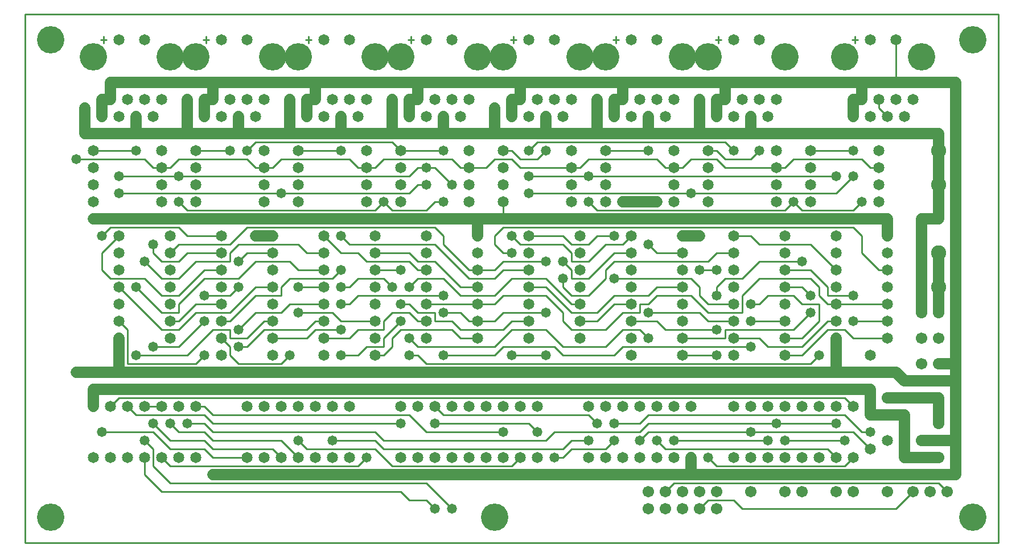
<source format=gbl>
%MOIN*%
%FSLAX25Y25*%
G04 D10 used for Character Trace; *
G04     Circle (OD=.01000) (No hole)*
G04 D11 used for Power Trace; *
G04     Circle (OD=.06700) (No hole)*
G04 D12 used for Signal Trace; *
G04     Circle (OD=.01100) (No hole)*
G04 D13 used for Via; *
G04     Circle (OD=.05800) (Round. Hole ID=.02800)*
G04 D14 used for Component hole; *
G04     Circle (OD=.06500) (Round. Hole ID=.03500)*
G04 D15 used for Component hole; *
G04     Circle (OD=.06700) (Round. Hole ID=.04300)*
G04 D16 used for Component hole; *
G04     Circle (OD=.08100) (Round. Hole ID=.05100)*
G04 D17 used for Component hole; *
G04     Circle (OD=.08900) (Round. Hole ID=.05900)*
G04 D18 used for Component hole; *
G04     Circle (OD=.11300) (Round. Hole ID=.08300)*
G04 D19 used for Component hole; *
G04     Circle (OD=.16000) (Round. Hole ID=.13000)*
G04 D20 used for Component hole; *
G04     Circle (OD=.18300) (Round. Hole ID=.15300)*
G04 D21 used for Component hole; *
G04     Circle (OD=.22291) (Round. Hole ID=.19291)*
%ADD10C,.01000*%
%ADD11C,.06700*%
%ADD12C,.01100*%
%ADD13C,.05800*%
%ADD14C,.06500*%
%ADD15C,.06700*%
%ADD16C,.08100*%
%ADD17C,.08900*%
%ADD18C,.11300*%
%ADD19C,.16000*%
%ADD20C,.18300*%
%ADD21C,.22291*%
%IPPOS*%
%LPD*%
G90*X0Y0D02*D19*X15000Y15000D03*D14*              
X50000Y50000D03*X40000D03*X60000D03*D13*          
X45000Y65000D03*D12*X75000D01*X85000Y55000D01*    
X105000D01*X110000Y50000D01*X130000D01*D14*D03*   
X140000D03*D12*X150000D02*X145000Y55000D01*D14*   
X150000Y50000D03*D12*X110000Y55000D02*X145000D01* 
X110000D02*X105000Y60000D01*X85000D01*            
X75000Y70000D01*D13*D03*D14*X80000Y80000D03*D12*  
X70000D01*D14*D03*D12*X65000Y75000D02*X105000D01* 
X110000Y70000D01*X220000D01*D13*D03*D12*          
X235000Y65000D02*X225000Y75000D01*                
X235000Y65000D02*X280000D01*D13*D03*D14*          
X290000Y80000D03*X270000Y50000D03*                
X280000Y80000D03*Y50000D03*D12*X300000Y65000D02*  
X295000Y70000D01*D13*X300000Y65000D03*D12*        
X210000Y60000D02*X305000D01*X210000D02*           
X205000Y65000D01*X110000D01*X105000Y70000D01*     
X95000D01*D13*D03*D12*X90000Y65000D02*X105000D01* 
X110000Y60000D01*X150000D01*X160000Y50000D01*D14* 
D03*D12*X165000Y55000D02*X205000D01*              
X215000Y45000D01*X285000D01*X290000Y50000D01*D14* 
D03*X300000D03*D12*X305000Y60000D02*              
X310000Y65000D01*X360000D01*X365000Y70000D01*     
X440000D01*D13*D03*D12*X475000D01*D13*D03*D12*    
X490000Y65000D02*X480000Y75000D01*                
X490000Y65000D02*X495000D01*D13*D03*D14*          
X505000Y60000D03*X495000Y75000D03*D11*X515000D01* 
Y50000D01*X535000D01*D15*D03*D11*X505000Y40000D02*
X545000D01*D14*X505000D03*D11*X410000D01*D13*D03* 
D11*X390000D01*X320000D01*D13*D03*D11*X260000D01* 
D13*D03*D11*X210000D01*D13*D03*D11*X190000D01*D13*
D03*D11*X110000D01*D13*D03*D14*X100000Y50000D03*  
X90000D03*D12*X85000Y45000D02*X195000D01*         
X200000Y50000D01*D13*D03*D12*X210000Y55000D02*    
X205000Y60000D01*X210000Y55000D02*X315000D01*     
X320000Y60000D01*X330000D01*D13*D03*D14*          
X340000Y50000D03*D12*X320000Y55000D02*X340000D01* 
X315000Y50000D02*X320000Y55000D01*                
X310000Y50000D02*X315000D01*D13*X310000D03*D14*   
X330000D03*D12*X240000Y70000D02*X295000D01*D13*   
X240000D03*D12*X245000Y75000D02*X330000D01*       
X335000Y70000D01*D13*D03*X345000Y60000D03*D12*    
X340000Y55000D01*D14*X350000Y50000D03*D13*        
X345000Y70000D03*D12*X360000D01*X365000Y75000D01* 
X480000D01*D14*X485000Y80000D03*D12*              
X480000Y85000D01*X55000D01*X50000Y80000D01*D14*   
D03*D11*X40000D02*Y90000D01*D14*Y80000D03*D11*    
Y90000D02*X55000D01*D14*D03*D11*X95000D01*D13*D03*
D11*X135000D01*D13*D03*D11*X150000D01*D14*D03*D11*
X175000D01*D14*D03*D11*X195000D01*D13*D03*D11*    
X235000D01*D14*D03*D11*X255000D01*D13*D03*D11*    
X310000D01*D14*D03*D11*X335000D01*D13*D03*D11*    
X355000D01*D14*D03*D11*X395000D01*D13*D03*D11*    
X415000D01*D14*D03*D11*X435000D01*D13*D03*D11*    
X475000D01*D14*D03*D11*X495000D01*D13*D03*D11*    
Y75000D01*D15*X505000Y85000D03*D11*X535000D01*    
Y70000D01*D15*D03*D11*X545000Y40000D02*Y60000D01* 
D15*X540000Y30000D03*D12*X535000Y35000D01*        
X380000D01*X375000Y30000D01*D15*D03*              
X385000Y20000D03*X365000D03*X385000Y30000D03*     
X365000D03*X375000Y20000D03*D11*X390000Y40000D02* 
Y50000D01*D14*D03*D13*X380000Y60000D03*D12*       
X435000D01*D13*D03*D14*X445000Y50000D03*          
X425000D03*D13*Y65000D03*D12*X365000D01*          
X360000Y60000D01*D13*D03*D14*X370000Y50000D03*D13*
Y60000D03*D12*X375000Y55000D01*X470000D01*        
X475000Y50000D01*D14*D03*D12*X405000Y45000D02*    
X480000D01*X405000D02*X400000Y50000D01*D13*D03*   
D14*X415000D03*D15*X395000Y30000D03*D14*          
X380000Y50000D03*D15*X405000Y30000D03*X425000D03* 
D12*X395000Y20000D02*X400000Y25000D01*D15*        
X395000Y20000D03*D12*X400000Y25000D02*X415000D01* 
X420000Y20000D01*X510000D01*X520000Y30000D01*D15* 
D03*X530000D03*X505000D03*D14*X495000Y55000D03*   
D12*X485000Y65000D01*X425000D01*D14*              
X435000Y80000D03*X425000D03*X415000D03*           
X435000Y50000D03*D13*X445000Y60000D03*D12*        
X480000D01*D13*D03*D14*X485000Y50000D03*D12*      
X480000Y45000D01*D14*X465000Y50000D03*D15*        
X475000Y30000D03*X485000D03*D14*X455000Y50000D03* 
D15*Y30000D03*D14*X445000Y80000D03*X475000D03*    
X465000D03*D15*X445000Y30000D03*D14*              
X455000Y80000D03*D15*X525000Y60000D03*D11*        
X545000D01*Y85000D01*D15*D03*D11*Y95000D01*       
X515000D01*X510000Y100000D01*X475000D01*D14*D03*  
D11*X450000D01*D13*D03*D11*X425000D01*D13*D03*D11*
X415000D01*D14*D03*D11*X405000D01*D13*D03*D11*    
X375000D01*D13*D03*D11*X355000D01*D14*D03*D11*    
X320000D01*D13*D03*D11*X310000D01*D14*D03*D11*    
X295000D01*D13*D03*D11*X275000D01*D13*D03*D11*    
X235000D01*D14*D03*D11*X210000D01*D13*D03*D11*    
X175000D01*D14*D03*D11*X150000D01*D14*D03*D11*    
X110000D01*D13*D03*D11*X55000D01*D14*D03*D11*     
X30000D01*D13*D03*D11*X55000D02*Y120000D01*D14*   
D03*D12*X60000Y105000D02*Y125000D01*Y105000D02*   
X100000D01*X105000Y110000D01*D13*D03*D14*         
X115000Y120000D03*D12*X120000Y115000D01*          
Y110000D01*X125000Y105000D01*X150000D01*          
X155000Y110000D01*D13*D03*D12*X145000Y120000D02*  
X165000D01*D14*X145000D03*D12*X130000Y115000D02*  
X140000Y125000D01*X125000Y115000D02*X130000D01*   
D13*X125000D03*D12*X120000Y120000D02*X130000D01*  
X120000D02*Y125000D01*X110000D01*X95000Y110000D01*
X65000D01*D13*D03*X75000Y115000D03*D12*X90000D01* 
X105000Y130000D01*D13*D03*D12*X90000Y125000D02*   
X100000Y135000D01*X80000Y125000D02*X90000D01*     
X80000D02*X55000Y150000D01*D14*D03*D12*           
X50000Y155000D02*X70000D01*X80000Y145000D01*      
X90000D01*X105000Y160000D01*X115000D01*D14*D03*   
D12*X100000Y165000D02*X120000D01*X90000Y155000D02*
X100000Y165000D01*X80000Y155000D02*X90000D01*     
X80000D02*X70000Y165000D01*D13*D03*D12*X80000D02* 
X75000Y170000D01*X80000Y165000D02*X90000D01*      
X95000Y170000D01*X115000D01*D14*D03*D12*          
X120000Y165000D02*Y170000D01*X125000Y175000D01*   
X160000D01*X165000Y170000D01*X175000D01*D14*D03*  
D13*X185000Y160000D03*D12*X180000Y155000D01*      
X155000D01*X150000Y150000D01*Y145000D01*          
X135000D01*X120000Y130000D01*X115000D01*D14*D03*  
D12*X100000Y135000D02*X120000D01*X90000Y130000D02*
X100000Y140000D01*X85000Y130000D02*X90000D01*D14* 
X85000D03*D12*X80000Y135000D02*X90000D01*         
X80000D02*X65000Y150000D01*D13*D03*D14*           
X55000Y160000D03*Y140000D03*D12*X50000Y155000D02* 
X45000Y160000D01*Y170000D01*X55000Y180000D01*D14* 
D03*D12*X45000D02*X50000Y185000D01*D13*           
X45000Y180000D03*D12*X50000Y185000D02*X90000D01*  
X95000Y180000D01*X115000D01*D14*D03*D12*          
X90000Y175000D02*X120000D01*X85000Y170000D02*     
X90000Y175000D01*D14*X85000Y170000D03*D13*        
X75000Y175000D03*D12*Y170000D01*D14*              
X85000Y160000D03*Y180000D03*D13*Y190000D03*D11*   
X40000D01*D13*D03*D14*Y200000D03*D13*             
X55000Y205000D03*D12*X150000D01*D13*D03*D12*      
X225000D01*X230000Y210000D01*X235000D01*D13*D03*  
X245000Y200000D03*D12*X240000D01*                 
X235000Y195000D01*X215000D01*X210000Y200000D01*   
D13*D03*D12*X205000Y195000D01*X95000D01*          
X90000Y200000D01*D13*D03*X100000Y190000D03*D11*   
X85000D01*D14*X80000Y200000D03*D11*               
X100000Y190000D02*X110000D01*D13*D03*D11*         
X145000D01*D13*D03*D11*X160000D01*D13*D03*D11*    
X205000D01*D13*D03*D11*X220000D01*D13*D03*D11*    
X255000D01*D13*D03*D11*X265000D01*Y180000D01*D14* 
D03*D12*X280000Y170000D02*X275000Y175000D01*      
X280000Y170000D02*X285000D01*D13*D03*D12*         
X290000Y175000D02*X315000D01*X320000Y170000D01*   
Y165000D01*X330000D01*X340000Y175000D01*          
X350000D01*X355000Y180000D01*D14*D03*D12*         
X330000Y155000D02*X345000Y170000D01*              
X320000Y155000D02*X330000D01*X320000D02*          
Y160000D01*X315000Y165000D01*D13*D03*D12*         
X320000Y140000D02*X305000Y155000D01*              
X320000Y140000D02*X325000D01*D14*D03*D12*         
X320000Y145000D02*X330000D01*X320000D02*          
X315000Y150000D01*Y155000D01*D13*D03*             
X305000Y165000D03*D12*X280000D01*                 
X275000Y160000D01*X265000D01*D14*D03*D12*         
X260000D01*X245000Y175000D01*Y180000D01*          
X240000Y185000D01*X130000D01*X120000Y175000D01*   
X125000Y165000D02*X130000Y170000D01*D13*          
X125000Y165000D03*D12*X130000Y170000D02*          
X145000D01*D14*D03*D13*X135000Y180000D03*D11*     
X145000D01*D14*D03*D12*X125000Y155000D02*         
X135000Y165000D01*X105000Y155000D02*X125000D01*   
X90000Y140000D02*X105000Y155000D01*               
X90000Y135000D02*Y140000D01*D14*X85000D03*D12*    
X100000D02*X115000D01*D14*D03*D12*                
X120000Y135000D02*X135000Y150000D01*X145000D01*   
D14*D03*D12*X150000Y135000D02*X155000Y140000D01*  
X135000Y135000D02*X150000D01*X125000Y125000D02*   
X135000Y135000D01*D13*X125000Y125000D03*D12*      
X130000Y120000D02*X140000Y130000D01*X145000D01*   
D14*D03*D12*X140000Y125000D02*X165000D01*         
X170000Y130000D01*X175000D01*D14*D03*D12*         
X185000D02*X180000Y135000D01*X185000Y130000D02*   
X205000D01*D14*D03*D12*X195000Y125000D02*         
X210000D01*X190000Y120000D02*X195000Y125000D01*   
X175000Y120000D02*X190000D01*D14*X175000D03*D12*  
X165000D02*X170000Y125000D01*X185000D01*D13*D03*  
D12*X160000Y135000D02*X180000D01*D13*X160000D03*  
D12*X155000Y140000D02*X175000D01*D14*D03*D13*     
X185000Y150000D03*D12*X190000D01*                 
X195000Y155000D01*X210000D01*X215000Y150000D01*   
D13*D03*D12*X230000Y135000D02*X225000Y140000D01*  
X230000Y135000D02*X240000D01*Y130000D01*          
X250000D01*X255000Y125000D01*X280000D01*          
X285000Y130000D01*X295000D01*D14*D03*D12*         
X315000Y115000D02*X305000Y125000D01*              
X315000Y115000D02*X340000D01*X350000Y125000D01*   
X360000D01*X365000Y120000D01*D13*D03*D14*         
X355000Y130000D03*D12*X370000D01*                 
X375000Y125000D01*X405000D01*D13*D03*D12*         
X385000Y120000D02*X410000D01*D14*X385000D03*      
Y130000D03*Y110000D03*D12*X405000D01*D13*D03*D14* 
X415000Y120000D03*D12*X430000D01*                 
X435000Y115000D01*X455000D01*X470000Y130000D01*   
X475000D01*D14*D03*D12*X485000Y120000D02*         
X480000Y125000D01*X485000Y120000D02*X505000D01*   
D14*D03*X495000Y110000D03*X505000Y130000D03*D12*  
X485000D01*D13*D03*D12*X470000Y125000D02*         
X480000D01*X455000Y110000D02*X470000Y125000D01*   
X445000Y110000D02*X455000D01*D14*X445000D03*D12*  
Y120000D02*X455000D01*D14*X445000D03*D12*         
X410000Y125000D02*X450000D01*X410000Y120000D02*   
Y125000D01*X400000Y130000D02*X415000D01*D14*D03*  
D12*X400000Y135000D02*X420000D01*X400000D02*      
X390000Y145000D01*X370000D01*X365000Y140000D01*   
X360000D01*Y135000D01*X350000D01*                 
X340000Y125000D01*X320000D01*X315000Y130000D01*   
Y135000D01*X305000Y145000D01*X280000D01*          
X275000Y140000D01*X265000D01*D14*D03*D12*         
X235000D01*D14*D03*D13*X225000Y150000D03*D12*     
X230000Y155000D01*X245000D01*X255000Y145000D01*   
X275000D01*X285000Y155000D01*X305000D01*          
X320000Y135000D02*X305000Y150000D01*              
X320000Y135000D02*X335000D01*X345000Y145000D01*   
X365000D01*X370000Y150000D01*X385000D01*D14*D03*  
D12*X395000D02*X390000Y155000D01*                 
X395000Y145000D02*Y150000D01*X400000Y140000D02*   
X395000Y145000D01*X400000Y140000D02*X415000D01*   
D14*D03*D12*X420000Y135000D02*Y145000D01*         
X430000Y155000D01*X460000D01*X465000Y150000D01*   
Y145000D01*X470000Y140000D01*X475000D01*D14*D03*  
D12*X505000D01*D14*D03*Y150000D03*D15*            
X525000Y120000D03*Y135000D03*D11*Y190000D01*      
X535000D01*Y210000D01*D17*D03*D11*Y230000D01*D17* 
D03*D11*Y240000D01*X425000D01*X395000D01*         
X365000D01*X335000D01*X305000D01*X275000D01*      
X245000D01*X215000D01*X185000D01*X155000D01*      
X125000D01*X95000D01*X65000D01*X35000D01*         
Y255000D01*D13*D03*D14*X45000Y250000D03*D11*      
Y260000D01*X50000D01*D14*D03*D11*Y270000D01*      
X110000D01*Y260000D01*D14*D03*D11*X105000D01*     
Y250000D01*D14*D03*D13*X95000Y260000D03*D11*      
Y240000D01*D14*X100000Y230000D03*D12*X120000D01*  
D13*D03*D12*X135000Y220000D02*X130000Y225000D01*  
X135000Y220000D02*X140000D01*D14*D03*D12*         
X145000D01*X150000Y225000D01*X190000D01*          
X195000Y220000D01*X200000D01*D14*D03*D12*         
X205000D01*X210000Y225000D01*X250000D01*          
X255000Y220000D01*X260000D01*D14*D03*D12*         
X270000D01*X275000Y225000D01*X285000D01*          
X290000Y220000D01*X320000D01*D14*D03*D12*         
X325000D01*X330000Y225000D01*X370000D01*          
X375000Y220000D01*X380000D01*D14*D03*D12*         
X385000D01*X390000Y225000D01*X405000D01*          
X410000Y220000D01*X440000D01*D14*D03*D12*         
X445000D01*X450000Y225000D01*X490000D01*          
X495000Y220000D01*X500000D01*D14*D03*Y230000D03*  
Y210000D03*D13*X485000Y230000D03*D12*X460000D01*  
D14*D03*Y220000D03*D13*X475000Y215000D03*D12*     
X330000D01*D13*D03*D12*X295000D01*D13*D03*D12*    
X290000Y225000D02*X300000D01*X290000D02*          
X285000Y230000D01*X280000D01*D14*D03*Y220000D03*  
D11*X275000Y240000D02*Y255000D01*D13*D03*D14*     
X285000Y250000D03*D11*Y260000D01*X290000D01*D14*  
D03*D11*Y270000D01*X230000D01*Y260000D01*D14*D03* 
D11*X225000D01*Y250000D01*D14*D03*D13*            
X215000Y260000D03*D11*Y240000D01*D12*             
X220000Y230000D02*X215000Y235000D01*D14*          
X220000Y230000D03*D12*X245000D01*D13*D03*         
X235000Y220000D03*D12*X230000D01*                 
X225000Y215000D01*X90000D01*D13*D03*D12*X55000D01*
D13*D03*D14*X40000Y230000D03*D12*X65000D01*D13*   
D03*D12*X75000Y220000D02*X70000Y225000D01*        
X75000Y220000D02*X80000D01*D14*D03*D12*X85000D01* 
X90000Y225000D01*X130000D01*D13*Y230000D03*D12*   
X135000Y235000D01*X215000D01*D14*                 
X200000Y230000D03*X220000Y220000D03*D12*          
X235000D02*X240000D01*X250000Y210000D01*D13*D03*  
D14*X260000Y200000D03*Y210000D03*Y230000D03*D11*  
X265000Y190000D02*X280000D01*X325000D01*D13*D03*  
D11*X340000D01*D13*D03*D11*X350000D01*D13*D03*D11*
X400000D01*D13*D03*D11*X445000D01*D13*D03*D11*    
X460000D01*D13*D03*D11*X505000D01*Y180000D01*D14* 
D03*Y170000D03*D12*X490000D02*Y180000D01*         
X500000Y160000D02*X490000Y170000D01*              
X500000Y160000D02*X505000D01*D14*D03*D12*         
X490000Y180000D02*X485000Y185000D01*X280000D01*   
X275000Y180000D01*Y175000D01*D13*                 
X285000Y180000D03*D12*X290000Y175000D01*D14*      
X295000Y170000D03*Y180000D03*D12*X315000D01*      
X320000Y175000D01*X330000D01*X335000Y180000D01*   
X345000D01*D13*D03*D14*X355000Y170000D03*D12*     
X345000D01*X340000Y160000D02*X345000Y165000D01*   
X340000Y155000D02*Y160000D01*X330000Y145000D02*   
X340000Y155000D01*D14*X325000Y150000D03*D12*      
X335000Y130000D02*X345000Y140000D01*              
X325000Y130000D02*X335000D01*D14*X325000D03*      
Y120000D03*D12*X315000Y110000D02*                 
X310000Y115000D01*X315000Y110000D02*X345000D01*   
X350000Y115000D01*X425000D01*D13*D03*D14*         
X415000Y110000D03*D13*X425000Y130000D03*D12*      
X445000D01*D14*D03*D12*X450000Y125000D02*         
X460000Y135000D01*D13*D03*D12*X455000Y120000D02*  
X465000Y130000D01*D13*Y110000D03*D12*             
X460000Y105000D01*X235000D01*X230000Y110000D01*   
X225000D01*D13*D03*D12*X230000Y115000D02*         
X275000D01*X285000Y125000D01*X305000D01*D13*      
Y135000D03*D12*X280000D01*X275000Y130000D01*      
X265000D01*D14*D03*D12*X260000D01*                
X255000Y135000D01*X245000D01*D13*D03*Y145000D03*  
D12*X195000D01*X190000Y140000D01*X185000D01*D13*  
D03*D14*X175000Y150000D03*D12*X160000D01*D13*D03* 
D12*Y160000D02*X175000D01*D14*D03*D12*            
X185000Y170000D02*X195000D01*X200000Y165000D01*   
X225000D01*X230000Y160000D01*X235000D01*D14*D03*  
D12*X255000Y150000D02*X240000Y165000D01*          
X255000Y150000D02*X265000D01*D14*D03*D12*         
X260000Y155000D02*X275000D01*X280000Y160000D01*   
X295000D01*D14*D03*D12*Y150000D02*X305000D01*D14* 
X295000D03*Y140000D03*X325000Y180000D03*          
X265000Y120000D03*D12*X255000D01*                 
X250000Y125000D01*X220000D01*X215000Y120000D01*   
Y115000D01*X210000Y110000D01*X205000D01*D14*D03*  
D12*X200000Y115000D02*X210000D01*                 
X195000Y110000D02*X200000Y115000D01*              
X185000Y110000D02*X195000D01*D13*X185000D03*D14*  
X175000D03*X205000Y120000D03*D12*                 
X210000Y115000D02*Y120000D01*X220000Y130000D01*   
D13*D03*D12*X230000D02*X225000Y135000D01*         
X230000Y130000D02*X235000D01*D14*D03*D12*         
X220000Y140000D02*X225000D01*D13*X220000D03*D12*  
X215000Y135000D02*X225000D01*X210000Y130000D02*   
X215000Y135000D01*X210000Y125000D02*Y130000D01*   
D13*X225000Y120000D03*D12*X230000Y115000D01*D14*  
X235000Y120000D03*D13*X245000Y110000D03*D12*      
X275000D01*X280000Y115000D01*X310000D01*D13*      
X305000Y110000D03*D12*X285000D01*D13*D03*D14*     
X295000Y120000D03*X260000Y80000D03*X270000D03*    
X300000D03*X250000D03*D12*X245000Y75000D02*       
X240000Y80000D01*D14*D03*X230000D03*D12*          
X110000Y75000D02*X225000D01*X110000D02*           
X105000Y80000D01*X100000D01*D14*D03*X90000D03*D12*
Y65000D02*X85000Y70000D01*D13*D03*D12*            
X75000Y45000D02*Y55000D01*X85000Y35000D02*        
X75000Y45000D01*X85000Y35000D02*X235000D01*       
X250000Y20000D01*D13*D03*X240000D03*D12*          
X235000Y25000D01*X225000D01*X220000Y30000D01*     
X80000D01*X70000Y40000D01*Y50000D01*D14*D03*D12*  
X75000Y55000D02*X70000Y60000D01*D13*D03*D14*      
X80000Y50000D03*D12*X85000Y45000D01*              
X65000Y75000D02*X60000Y80000D01*D14*D03*          
X85000Y120000D03*D12*X60000Y125000D02*            
X55000Y130000D01*D14*D03*X85000Y150000D03*        
X55000Y170000D03*D13*X105000Y145000D03*D12*       
X120000D01*X125000Y150000D01*D13*D03*D14*         
X115000D03*D12*X135000Y165000D02*X155000D01*      
X160000Y160000D01*D14*X145000D03*                 
X175000Y180000D03*D12*X185000Y170000D01*          
X190000Y175000D02*X240000D01*X260000Y155000D01*   
D14*X265000Y170000D03*D12*X230000Y165000D02*      
X240000D01*X230000D02*X225000Y170000D01*          
X205000D01*D14*D03*Y180000D03*Y160000D03*D12*     
X220000D01*D13*D03*D14*X235000Y150000D03*         
Y170000D03*X205000Y150000D03*X235000Y180000D03*   
X205000Y140000D03*D12*X190000Y175000D02*          
X185000Y180000D01*D13*D03*D14*X200000Y200000D03*  
X160000D03*X200000Y210000D03*X160000D03*          
X220000Y200000D03*Y210000D03*X145000Y140000D03*   
X160000Y220000D03*X140000Y210000D03*Y200000D03*   
D13*X185000Y230000D03*D12*X160000D01*D14*D03*D11* 
X155000Y240000D02*Y260000D01*D13*D03*D14*         
X165000Y250000D03*D11*Y260000D01*X170000D01*D14*  
D03*D11*Y270000D01*X110000D01*D14*                
X120000Y260000D03*D19*X100000Y285000D03*D14*      
X130000Y260000D03*X115000Y250000D03*X125000D03*   
D11*Y240000D01*D14*X135000Y250000D03*             
X140000Y230000D03*Y260000D03*X100000Y220000D03*   
Y210000D03*Y200000D03*D19*X160000Y285000D03*      
X145000D03*D14*X80000Y260000D03*Y230000D03*D11*   
X170000Y270000D02*X230000D01*D14*                 
X240000Y260000D03*D19*X220000Y285000D03*D14*      
X250000Y260000D03*X235000Y250000D03*X245000D03*   
D11*Y240000D01*D14*X255000Y250000D03*             
X260000Y260000D03*X280000Y210000D03*Y200000D03*   
D12*Y190000D01*D13*X295000Y205000D03*D12*         
X390000D01*D13*D03*D12*X475000D01*                
X485000Y215000D01*D13*D03*D14*X500000Y200000D03*  
D13*X490000D03*D12*X485000Y195000D01*X455000D01*  
X450000Y200000D01*D13*D03*D12*X445000Y195000D01*  
X335000D01*X330000Y200000D01*D13*D03*D14*         
X340000Y210000D03*X320000D03*X340000Y200000D03*   
X320000D03*X340000Y220000D03*D13*                 
X350000Y200000D03*D11*X370000D01*D13*D03*D14*     
X380000Y210000D03*Y200000D03*X385000Y180000D03*   
D11*X395000D01*D13*D03*D12*X400000Y165000D02*     
X405000Y170000D01*X345000Y165000D02*X400000D01*   
D14*X355000Y160000D03*D13*X345000Y155000D03*D12*  
X390000D01*D13*X395000Y160000D03*D12*X405000D01*  
D13*D03*D12*Y150000D02*X410000Y155000D01*         
X405000Y145000D02*Y150000D01*D13*Y145000D03*D12*  
X400000Y130000D02*X395000Y135000D01*X365000D01*   
D13*D03*D14*X355000Y140000D03*D12*X345000D01*D14* 
X355000Y150000D03*X325000Y160000D03*              
X355000Y120000D03*D12*X370000Y170000D02*          
X385000D01*D14*D03*Y160000D03*D12*                
X370000Y170000D02*X365000Y175000D01*D13*D03*D14*  
X400000Y210000D03*X385000Y140000D03*              
X400000Y200000D03*D12*X405000Y170000D02*          
X415000D01*D14*D03*D12*X430000Y175000D02*         
X425000Y180000D01*X430000Y175000D02*X460000D01*   
X475000Y160000D01*D14*D03*D12*X470000Y145000D02*  
Y150000D01*Y145000D02*X485000D01*D13*D03*D14*     
X475000Y150000D03*D12*X470000D02*                 
X460000Y160000D01*X445000D01*D14*D03*D12*         
X460000Y145000D02*X455000Y150000D01*D13*          
X460000Y145000D03*D12*X465000Y130000D02*          
Y140000D01*D14*X475000Y120000D03*D11*Y110000D01*  
D14*D03*D11*Y100000D01*D12*X455000Y140000D02*     
X465000D01*X455000D02*X450000Y145000D01*          
X435000D01*X430000Y140000D01*X425000D01*D13*D03*  
D14*X415000Y150000D03*D12*X410000Y155000D02*      
X420000D01*X430000Y165000D01*X455000D01*D13*D03*  
D14*X445000Y170000D03*Y150000D03*D12*X455000D01*  
D14*X445000Y140000D03*X475000Y170000D03*D12*      
X415000Y180000D02*X425000D01*D14*X415000D03*      
Y160000D03*X440000Y200000D03*Y210000D03*          
X445000Y180000D03*X400000Y220000D03*D12*          
X410000Y225000D02*X425000D01*X410000D02*          
X405000Y230000D01*X400000D01*D14*D03*D12*         
X415000D02*X410000Y235000D01*D13*                 
X415000Y230000D03*D12*X300000Y235000D02*          
X410000D01*X295000Y230000D02*X300000Y235000D01*   
D13*X295000Y230000D03*D12*X300000Y225000D02*      
X305000Y230000D01*D13*D03*D11*Y240000D02*         
Y250000D01*D14*D03*X310000Y260000D03*             
X315000Y250000D03*X295000D03*X300000Y260000D03*   
X320000D03*D11*X290000Y270000D02*X350000D01*      
Y260000D01*D14*D03*D11*X345000D01*Y250000D01*D14* 
D03*D13*X335000Y260000D03*D11*Y240000D01*D14*     
X340000Y230000D03*D12*X365000D01*D13*D03*D11*     
Y240000D02*Y250000D01*D14*D03*X370000Y260000D03*  
X375000Y250000D03*X355000D03*X360000Y260000D03*   
X380000D03*D11*X350000Y270000D02*X410000D01*      
Y260000D01*D14*D03*D11*X405000D01*Y250000D01*D14* 
D03*D13*X395000Y260000D03*D11*Y240000D01*D14*     
X380000Y230000D03*X415000Y250000D03*              
X420000Y260000D03*D12*X425000Y225000D02*          
X430000Y230000D01*D13*D03*D14*X440000D03*D11*     
X425000Y240000D02*Y250000D01*D14*D03*             
X430000Y260000D03*X435000Y250000D03*              
X440000Y260000D03*D11*X410000Y270000D02*          
X490000D01*Y260000D01*D14*D03*D11*X485000D01*     
Y250000D01*D14*D03*X495000D03*D12*X505000D02*     
X500000Y255000D01*D14*X505000Y250000D03*D12*      
X500000Y255000D02*Y260000D01*D14*D03*D11*         
X490000Y270000D02*X510000D01*D19*                 
X480000Y285000D03*D14*X510000Y260000D03*D11*      
Y270000D02*X545000D01*Y105000D01*Y95000D01*D15*   
X535000Y105000D03*D11*X545000D01*D15*             
X535000Y120000D03*X525000Y105000D03*              
X535000Y135000D03*D11*Y150000D01*D17*D03*D11*     
Y170000D01*D17*D03*D14*X475000Y180000D03*         
X460000Y210000D03*Y200000D03*X515000Y250000D03*   
X520000Y260000D03*D12*X510000Y270000D02*          
Y295000D01*D14*D03*D19*X525000Y285000D03*D14*     
X495000Y295000D03*D10*X487511D02*X484163D01*      
X485837Y296914D02*Y293086D01*D19*                 
X555000Y295000D03*D12*X570000Y0D02*Y310000D01*    
X0Y0D02*X570000D01*X0D02*Y310000D01*X570000D01*   
D19*X445000Y285000D03*D14*X430000Y295000D03*      
X415000D03*D10*X407511D02*X404163D01*             
X405837Y296914D02*Y293086D01*D19*                 
X400000Y285000D03*X385000D03*D14*                 
X370000Y295000D03*X355000D03*Y110000D03*D10*      
X347511Y295000D02*X344163D01*X345837Y296914D02*   
Y293086D01*D14*X340000Y80000D03*X350000D03*       
X360000D03*X370000D03*X380000D03*X390000D03*D19*  
X340000Y285000D03*D14*X330000Y80000D03*D19*       
X325000Y285000D03*D14*Y170000D03*                 
X320000Y230000D03*X360000Y50000D03*               
X310000Y295000D03*X295000D03*D10*X287511D02*      
X284163D01*X285837Y296914D02*Y293086D01*D15*      
X405000Y20000D03*D19*X280000Y285000D03*           
X275000Y15000D03*X555000D03*X265000Y285000D03*D14*
X260000Y50000D03*X250000Y295000D03*Y50000D03*     
X240000D03*X235000Y295000D03*X230000Y50000D03*D10*
X227511Y295000D02*X224163D01*X225837Y296914D02*   
Y293086D01*D14*X220000Y80000D03*Y50000D03*D19*    
X205000Y285000D03*D12*X180000Y60000D02*X205000D01*
D13*X180000D03*D14*X190000Y50000D03*X170000D03*   
X180000D03*D12*X165000Y55000D02*X160000Y60000D01* 
D13*D03*D14*X180000Y80000D03*X140000D03*          
X170000D03*X160000D03*X150000D03*X130000D03*      
X190000D03*X145000Y110000D03*X115000D03*          
X80000Y210000D03*X40000D03*Y220000D03*D12*        
X30000Y225000D02*X70000D01*D13*X30000D03*D14*     
X55000Y250000D03*X60000Y260000D03*D11*            
X65000Y240000D02*Y250000D01*D14*D03*              
X70000Y260000D03*X75000Y250000D03*D19*            
X85000Y285000D03*X40000D03*D10*X107511Y295000D02* 
X104163D01*X105837Y296914D02*Y293086D01*D14*      
X70000Y295000D03*X55000D03*D10*X47511D02*         
X44163D01*X45837Y296914D02*Y293086D01*D19*        
X15000Y295000D03*D14*X115000D03*X130000D03*D10*   
X167511D02*X164163D01*X165837Y296914D02*          
Y293086D01*D14*X175000Y250000D03*Y295000D03*      
X180000Y260000D03*D11*X185000Y240000D02*          
Y250000D01*D14*D03*X190000Y260000D03*             
X195000Y250000D03*X200000Y260000D03*              
X190000Y295000D03*M02*                            

</source>
